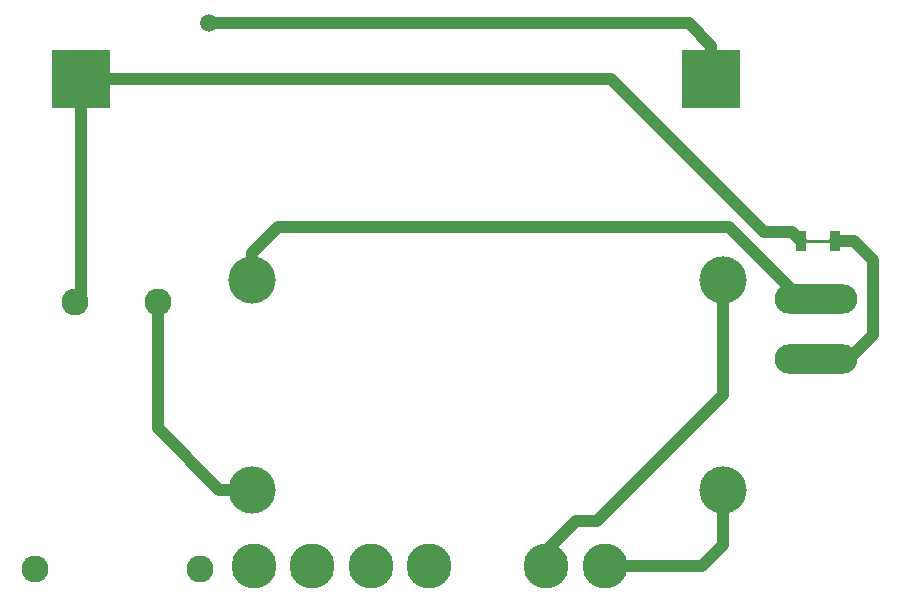
<source format=gtl>
G04 #@! TF.FileFunction,Copper,L1,Top,Signal*
%FSLAX46Y46*%
G04 Gerber Fmt 4.6, Leading zero omitted, Abs format (unit mm)*
G04 Created by KiCad (PCBNEW 4.0.7) date 02/27/21 15:52:34*
%MOMM*%
%LPD*%
G01*
G04 APERTURE LIST*
%ADD10C,0.100000*%
%ADD11C,4.000000*%
%ADD12R,0.900000X1.700000*%
%ADD13R,5.000000X5.000000*%
%ADD14O,7.000000X2.500000*%
%ADD15C,3.810000*%
%ADD16C,2.286000*%
%ADD17C,1.500000*%
%ADD18C,1.000000*%
%ADD19C,0.250000*%
G04 APERTURE END LIST*
D10*
D11*
X35941000Y-40767000D03*
X35941000Y-58547000D03*
X75819000Y-58547000D03*
X75819000Y-40767000D03*
D12*
X82370000Y-37465000D03*
X85270000Y-37465000D03*
D13*
X21463000Y-23749000D03*
X74803000Y-23749000D03*
D14*
X83693000Y-42418000D03*
X83693000Y-47498000D03*
D15*
X65786000Y-65024000D03*
X60833000Y-65024000D03*
X50927000Y-65024000D03*
X45974000Y-65024000D03*
X41021000Y-65024000D03*
X36068000Y-65024000D03*
D16*
X17526000Y-65278000D03*
X31496000Y-65278000D03*
X20955000Y-42672000D03*
X27940000Y-42672000D03*
D17*
X32258000Y-19050000D03*
D18*
X83693000Y-47498000D02*
X86487000Y-47498000D01*
X86487000Y-47498000D02*
X88519000Y-45466000D01*
X86868000Y-37465000D02*
X85270000Y-37465000D01*
X88519000Y-39116000D02*
X86868000Y-37465000D01*
X88519000Y-45466000D02*
X88519000Y-39116000D01*
X21463000Y-23749000D02*
X66294000Y-23749000D01*
X81608000Y-36703000D02*
X82370000Y-37465000D01*
X79248000Y-36703000D02*
X81608000Y-36703000D01*
X66294000Y-23749000D02*
X79248000Y-36703000D01*
X21463000Y-23749000D02*
X21463000Y-42164000D01*
X21463000Y-42164000D02*
X20955000Y-42672000D01*
D19*
X21463000Y-42164000D02*
X20955000Y-42672000D01*
X86487000Y-47498000D02*
X88265000Y-45720000D01*
X87122000Y-37465000D02*
X82370000Y-37465000D01*
X88265000Y-38608000D02*
X87122000Y-37465000D01*
X88265000Y-45720000D02*
X88265000Y-38608000D01*
D18*
X83693000Y-42418000D02*
X82423000Y-42418000D01*
X82423000Y-42418000D02*
X76327000Y-36322000D01*
X38100000Y-36322000D02*
X35941000Y-38481000D01*
X76327000Y-36322000D02*
X38100000Y-36322000D01*
X35941000Y-38481000D02*
X35941000Y-40767000D01*
D19*
X83693000Y-42418000D02*
X82042000Y-42418000D01*
X82042000Y-42418000D02*
X76073000Y-36449000D01*
X35941000Y-38481000D02*
X35941000Y-40767000D01*
X37973000Y-36449000D02*
X35941000Y-38481000D01*
X76073000Y-36449000D02*
X37973000Y-36449000D01*
X83693000Y-42418000D02*
X81534000Y-42418000D01*
X35941000Y-42037000D02*
X35941000Y-40767000D01*
D18*
X74803000Y-23749000D02*
X74803000Y-20955000D01*
X72898000Y-19050000D02*
X32258000Y-19050000D01*
X74803000Y-20955000D02*
X72898000Y-19050000D01*
X35941000Y-58547000D02*
X33147000Y-58547000D01*
X33147000Y-58547000D02*
X27940000Y-53340000D01*
X27940000Y-53340000D02*
X27940000Y-42672000D01*
X75819000Y-58547000D02*
X75819000Y-63246000D01*
X74041000Y-65024000D02*
X65786000Y-65024000D01*
X75819000Y-63246000D02*
X74041000Y-65024000D01*
D19*
X65786000Y-63246000D02*
X65786000Y-65024000D01*
D18*
X60833000Y-65024000D02*
X60833000Y-63754000D01*
X60833000Y-63754000D02*
X63373000Y-61214000D01*
X75819000Y-50546000D02*
X75819000Y-40767000D01*
X65151000Y-61214000D02*
X75819000Y-50546000D01*
X63373000Y-61214000D02*
X65151000Y-61214000D01*
D19*
X60833000Y-63881000D02*
X60833000Y-65024000D01*
M02*

</source>
